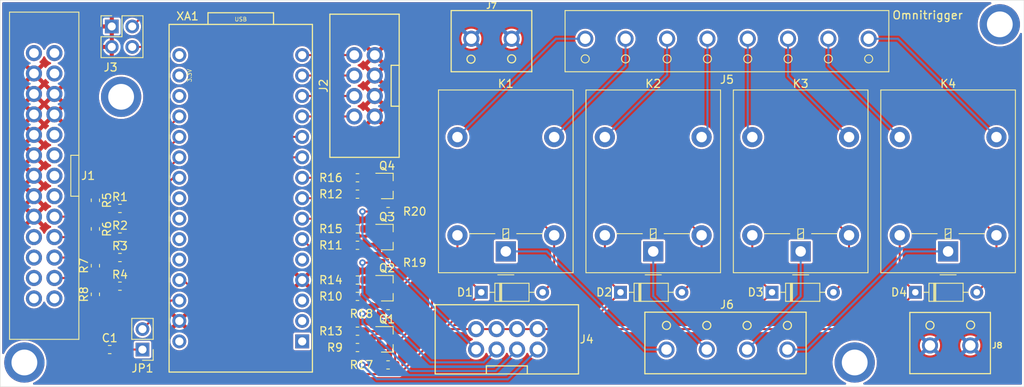
<source format=kicad_pcb>
(kicad_pcb (version 20200512) (host pcbnew "5.99.0-unknown-ad88874~101~ubuntu18.04.1")
  (layers (0 "F.Cu" signal) (31 "B.Cu" signal) (34 "B.Paste" user) (35 "F.Paste" user) (36 "B.SilkS" user) (37 "F.SilkS" user) (38 "B.Mask" user) (39 "F.Mask" user) (44 "Edge.Cuts" user))
  (net 0 "")
  (net 1 "Net-(C1-Pad2)")
  (net 2 "GND")
  (net 3 "Net-(D1-Pad2)")
  (net 4 "+5V")
  (net 5 "Net-(D2-Pad2)")
  (net 6 "Net-(D3-Pad2)")
  (net 7 "Net-(D4-Pad2)")
  (net 8 "Net-(J1-Pad4)")
  (net 9 "Net-(J1-Pad3)")
  (net 10 "Net-(J1-Pad2)")
  (net 11 "Net-(J2-Pad2)")
  (net 12 "Net-(J2-Pad4)")
  (net 13 "Net-(J2-Pad6)")
  (net 14 "Net-(J2-Pad8)")
  (net 15 "Net-(J3-Pad4)")
  (net 16 "Net-(J3-Pad2)")
  (net 17 "Net-(J4-Pad1)")
  (net 18 "Net-(J4-Pad5)")
  (net 19 "Net-(J4-Pad3)")
  (net 20 "Net-(J4-Pad7)")
  (net 21 "Net-(J5-Pad4)")
  (net 22 "Net-(J5-Pad2)")
  (net 23 "Net-(J5-Pad3)")
  (net 24 "Net-(J6-Pad2)")
  (net 25 "Net-(J6-Pad1)")
  (net 26 "Net-(J6-Pad4)")
  (net 27 "Net-(J6-Pad3)")
  (net 28 "Net-(JP1-Pad2)")
  (net 29 "Net-(R1-Pad2)")
  (net 30 "Net-(R2-Pad2)")
  (net 31 "Net-(R3-Pad2)")
  (net 32 "Net-(R4-Pad2)")
  (net 33 "Net-(R13-Pad2)")
  (net 34 "Net-(R10-Pad2)")
  (net 35 "Net-(R11-Pad2)")
  (net 36 "Net-(R12-Pad2)")
  (net 37 "Net-(J5-Pad7)")
  (net 38 "Net-(J5-Pad8)")
  (net 39 "Net-(J5-Pad6)")
  (net 40 "Net-(J5-Pad1)")
  (net 41 "Net-(J5-Pad5)")
  (net 42 "Net-(J1-Pad5)")
  (net 43 "Net-(Q1-Pad1)")
  (net 44 "Net-(Q2-Pad1)")
  (net 45 "Net-(Q3-Pad1)")
  (net 46 "Net-(Q4-Pad1)")
  (net 47 "/Shield")
  (module "Arduino:Arduino_Nano_Socket" (layer "F.Cu") (at 139.841 64.008 180)
    (fp_text reference "XA1" (at 6.604 1.016 180) (layer "F.SilkS"))
    (fp_text value "Arduino_Nano_Socket")
    (fp_text user "USB" (at 0 0.635 180) (layer "F.SilkS") (effects (font (size 0.5 0.5) (thickness 0.075))))
    (fp_text user "3.3V" (at 6.35 -6.35 270) (layer "F.SilkS") (effects (font (size 0.5 0.5) (thickness 0.075))))
    (pad "D1" thru_hole rect (at -7.62 -39.37 180) (size 1.7272 1.7272) (drill 1.016) (layers *.Cu *.Mask))
    (pad "D0" thru_hole circle (at -7.62 -36.83 180) (size 1.7272 1.7272) (drill 1.016) (layers *.Cu *.Mask))
    (pad "RST1" thru_hole circle (at -7.62 -34.29 180) (size 1.7272 1.7272) (drill 1.016) (layers *.Cu *.Mask))
    (pad "GND1" thru_hole circle (at -7.62 -31.75 180) (size 1.7272 1.7272) (drill 1.016) (layers *.Cu *.Mask) (net 2 "GND"))
    (pad "D2" thru_hole circle (at -7.62 -29.21 180) (size 1.7272 1.7272) (drill 1.016) (layers *.Cu *.Mask))
    (pad "D3" thru_hole circle (at -7.62 -26.67 180) (size 1.7272 1.7272) (drill 1.016) (layers *.Cu *.Mask) (net 33 "Net-(R13-Pad2)"))
    (pad "D4" thru_hole circle (at -7.62 -24.13 180) (size 1.7272 1.7272) (drill 1.016) (layers *.Cu *.Mask) (net 34 "Net-(R10-Pad2)"))
    (pad "D5" thru_hole circle (at -7.62 -21.59 180) (size 1.7272 1.7272) (drill 1.016) (layers *.Cu *.Mask) (net 35 "Net-(R11-Pad2)"))
    (pad "D6" thru_hole circle (at -7.62 -19.05 180) (size 1.7272 1.7272) (drill 1.016) (layers *.Cu *.Mask) (net 36 "Net-(R12-Pad2)"))
    (pad "D7" thru_hole circle (at -7.62 -16.51 180) (size 1.7272 1.7272) (drill 1.016) (layers *.Cu *.Mask) (net 15 "Net-(J3-Pad4)"))
    (pad "D8" thru_hole circle (at -7.62 -13.97 180) (size 1.7272 1.7272) (drill 1.016) (layers *.Cu *.Mask) (net 16 "Net-(J3-Pad2)"))
    (pad "D9" thru_hole circle (at -7.62 -11.43 180) (size 1.7272 1.7272) (drill 1.016) (layers *.Cu *.Mask) (net 11 "Net-(J2-Pad2)"))
    (pad "D10" thru_hole circle (at -7.62 -8.89 180) (size 1.7272 1.7272) (drill 1.016) (layers *.Cu *.Mask) (net 12 "Net-(J2-Pad4)"))
    (pad "D11" thru_hole circle (at -7.62 -6.35 180) (size 1.7272 1.7272) (drill 1.016) (layers *.Cu *.Mask) (net 13 "Net-(J2-Pad6)"))
    (pad "D12" thru_hole circle (at -7.62 -3.81 180) (size 1.7272 1.7272) (drill 1.016) (layers *.Cu *.Mask) (net 14 "Net-(J2-Pad8)"))
    (pad "D13" thru_hole circle (at 7.62 -3.81 180) (size 1.7272 1.7272) (drill 1.016) (layers *.Cu *.Mask))
    (pad "3V3" thru_hole circle (at 7.62 -6.35 180) (size 1.7272 1.7272) (drill 1.016) (layers *.Cu *.Mask))
    (pad "AREF" thru_hole circle (at 7.62 -8.89 180) (size 1.7272 1.7272) (drill 1.016) (layers *.Cu *.Mask))
    (pad "A0" thru_hole circle (at 7.62 -11.43 180) (size 1.7272 1.7272) (drill 1.016) (layers *.Cu *.Mask) (net 29 "Net-(R1-Pad2)"))
    (pad "A1" thru_hole circle (at 7.62 -13.97 180) (size 1.7272 1.7272) (drill 1.016) (layers *.Cu *.Mask) (net 30 "Net-(R2-Pad2)"))
    (pad "A2" thru_hole circle (at 7.62 -16.51 180) (size 1.7272 1.7272) (drill 1.016) (layers *.Cu *.Mask) (net 31 "Net-(R3-Pad2)"))
    (pad "A3" thru_hole circle (at 7.62 -19.05 180) (size 1.7272 1.7272) (drill 1.016) (layers *.Cu *.Mask) (net 32 "Net-(R4-Pad2)"))
    (pad "A4" thru_hole circle (at 7.62 -21.59 180) (size 1.7272 1.7272) (drill 1.016) (layers *.Cu *.Mask))
    (pad "A5" thru_hole circle (at 7.62 -24.13 180) (size 1.7272 1.7272) (drill 1.016) (layers *.Cu *.Mask))
    (pad "A6" thru_hole circle (at 7.62 -26.67 180) (size 1.7272 1.7272) (drill 1.016) (layers *.Cu *.Mask))
    (pad "A7" thru_hole circle (at 7.62 -29.21 180) (size 1.7272 1.7272) (drill 1.016) (layers *.Cu *.Mask))
    (pad "5V" thru_hole circle (at 7.62 -31.75 180) (size 1.7272 1.7272) (drill 1.016) (layers *.Cu *.Mask) (net 4 "+5V"))
    (pad "RST2" thru_hole circle (at 7.62 -34.29 180) (size 1.7272 1.7272) (drill 1.016) (layers *.Cu *.Mask) (net 28 "Net-(JP1-Pad2)"))
    (pad "GND2" thru_hole circle (at 7.62 -36.83 180) (size 1.7272 1.7272) (drill 1.016) (layers *.Cu *.Mask) (net 2 "GND"))
    (pad "VIN" thru_hole circle (at 7.62 -39.37 180) (size 1.7272 1.7272) (drill 1.016) (layers *.Cu *.Mask))
  )
  (module "RS_Screw:RS_Screw_Term_x2" (layer "F.Cu") (at 227.838 103.886)
    (fp_text reference "J8" (at 5.842 0 180) (layer "F.SilkS") (effects (font (size 0.7 0.75))))
    (fp_text value "Screw_Terminal_01x02")
    (pad "2" thru_hole circle (at 2.5 0 180) (size 2 2) (drill 1.3) (layers *.Cu *.Mask) (net 47 "/Shield"))
    (pad "1" thru_hole circle (at -2.5 0 180) (size 2 2) (drill 1.3) (layers *.Cu *.Mask) (net 47 "/Shield"))
  )
  (module "RS_Screw:RS_Screw_Term_x2" (layer "F.Cu") (at 170.942 65.786 180)
    (fp_text reference "J7" (at 0 4.086) (layer "F.SilkS") (effects (font (size 0.7 0.75))))
    (fp_text value "Screw_Terminal_01x02")
    (pad "2" thru_hole circle (at 2.5 0) (size 2 2) (drill 1.3) (layers *.Cu *.Mask) (net 47 "/Shield"))
    (pad "1" thru_hole circle (at -2.5 0) (size 2 2) (drill 1.3) (layers *.Cu *.Mask) (net 47 "/Shield"))
  )
  (module "Package_TO_SOT_SMD:SOT-23" (layer "F.Cu") (at 157.988 84.074)
    (fp_text reference "Q4" (at 0 -2.5) (layer "F.SilkS"))
    (fp_text value "BS170F")
    (pad "3" smd rect (at 1 0) (size 0.9 0.8) (layers "F.Cu" "F.Paste" "F.Mask") (net 7 "Net-(D4-Pad2)"))
    (pad "2" smd rect (at -1 0.95) (size 0.9 0.8) (layers "F.Cu" "F.Paste" "F.Mask") (net 2 "GND"))
    (pad "1" smd rect (at -1 -0.95) (size 0.9 0.8) (layers "F.Cu" "F.Paste" "F.Mask") (net 46 "Net-(Q4-Pad1)"))
  )
  (module "Package_TO_SOT_SMD:SOT-23" (layer "F.Cu") (at 157.988 90.424)
    (fp_text reference "Q3" (at 0 -2.5) (layer "F.SilkS"))
    (fp_text value "BS170F")
    (pad "3" smd rect (at 1 0) (size 0.9 0.8) (layers "F.Cu" "F.Paste" "F.Mask") (net 6 "Net-(D3-Pad2)"))
    (pad "2" smd rect (at -1 0.95) (size 0.9 0.8) (layers "F.Cu" "F.Paste" "F.Mask") (net 2 "GND"))
    (pad "1" smd rect (at -1 -0.95) (size 0.9 0.8) (layers "F.Cu" "F.Paste" "F.Mask") (net 45 "Net-(Q3-Pad1)"))
  )
  (module "Package_TO_SOT_SMD:SOT-23" (layer "F.Cu") (at 157.988 96.774)
    (fp_text reference "Q2" (at 0 -2.5) (layer "F.SilkS"))
    (fp_text value "BS170F")
    (pad "3" smd rect (at 1 0) (size 0.9 0.8) (layers "F.Cu" "F.Paste" "F.Mask") (net 5 "Net-(D2-Pad2)"))
    (pad "2" smd rect (at -1 0.95) (size 0.9 0.8) (layers "F.Cu" "F.Paste" "F.Mask") (net 2 "GND"))
    (pad "1" smd rect (at -1 -0.95) (size 0.9 0.8) (layers "F.Cu" "F.Paste" "F.Mask") (net 44 "Net-(Q2-Pad1)"))
  )
  (module "Package_TO_SOT_SMD:SOT-23" (layer "F.Cu") (at 157.988 103.124)
    (fp_text reference "Q1" (at 0 -2.5) (layer "F.SilkS"))
    (fp_text value "BS170F")
    (pad "3" smd rect (at 1 0) (size 0.9 0.8) (layers "F.Cu" "F.Paste" "F.Mask") (net 3 "Net-(D1-Pad2)"))
    (pad "2" smd rect (at -1 0.95) (size 0.9 0.8) (layers "F.Cu" "F.Paste" "F.Mask") (net 2 "GND"))
    (pad "1" smd rect (at -1 -0.95) (size 0.9 0.8) (layers "F.Cu" "F.Paste" "F.Mask") (net 43 "Net-(Q1-Pad1)"))
  )
  (module "IDC:IDC_04x02" (layer "F.Cu") (at 172.847 103.124)
    (fp_text reference "J4" (at 9.906 0) (layer "F.SilkS"))
    (fp_text value "Conn_02x04_Odd_Even")
    (pad "1" thru_hole circle (at -3.81 1.27) (size 2 2) (drill 1.2) (layers *.Cu *.Mask) (net 17 "Net-(J4-Pad1)"))
    (pad "5" thru_hole circle (at 1.27 1.27) (size 2 2) (drill 1.2) (layers *.Cu *.Mask) (net 18 "Net-(J4-Pad5)"))
    (pad "3" thru_hole circle (at -1.27 1.27) (size 2 2) (drill 1.2) (layers *.Cu *.Mask) (net 19 "Net-(J4-Pad3)"))
    (pad "2" thru_hole circle (at -3.81 -1.27) (size 2 2) (drill 1.2) (layers *.Cu *.Mask) (net 4 "+5V"))
    (pad "7" thru_hole circle (at 3.81 1.27) (size 2 2) (drill 1.2) (layers *.Cu *.Mask) (net 20 "Net-(J4-Pad7)"))
    (pad "4" thru_hole circle (at -1.27 -1.27) (size 2 2) (drill 1.2) (layers *.Cu *.Mask) (net 4 "+5V"))
    (pad "6" thru_hole circle (at 1.27 -1.27) (size 2 2) (drill 1.2) (layers *.Cu *.Mask) (net 4 "+5V"))
    (pad "8" thru_hole circle (at 3.81 -1.27) (size 2 2) (drill 1.2) (layers *.Cu *.Mask) (net 4 "+5V"))
  )
  (module "Resistor_SMD:R_0603_1608Metric_Pad1.05x0.95mm_HandSolder" (layer "F.Cu") (at 158.115 87.249)
    (fp_text reference "R20" (at 3.302 0) (layer "F.SilkS"))
    (fp_text value "300")
    (pad "1" smd roundrect (at -0.875 0) (size 1.05 0.95) (layers "F.Cu" "F.Paste" "F.Mask") (net 17 "Net-(J4-Pad1)"))
    (pad "2" smd roundrect (at 0.875 0) (size 1.05 0.95) (layers "F.Cu" "F.Paste" "F.Mask") (net 7 "Net-(D4-Pad2)"))
  )
  (module "Resistor_SMD:R_0603_1608Metric_Pad1.05x0.95mm_HandSolder" (layer "F.Cu") (at 158.115 93.599)
    (fp_text reference "R19" (at 3.302 0) (layer "F.SilkS"))
    (fp_text value "300")
    (pad "1" smd roundrect (at -0.875 0) (size 1.05 0.95) (layers "F.Cu" "F.Paste" "F.Mask") (net 19 "Net-(J4-Pad3)"))
    (pad "2" smd roundrect (at 0.875 0) (size 1.05 0.95) (layers "F.Cu" "F.Paste" "F.Mask") (net 6 "Net-(D3-Pad2)"))
  )
  (module "Resistor_SMD:R_0603_1608Metric_Pad1.05x0.95mm_HandSolder" (layer "F.Cu") (at 158.115 99.949)
    (fp_text reference "R18" (at -3.302 0) (layer "F.SilkS"))
    (fp_text value "300")
    (pad "1" smd roundrect (at -0.875 0) (size 1.05 0.95) (layers "F.Cu" "F.Paste" "F.Mask") (net 18 "Net-(J4-Pad5)"))
    (pad "2" smd roundrect (at 0.875 0) (size 1.05 0.95) (layers "F.Cu" "F.Paste" "F.Mask") (net 5 "Net-(D2-Pad2)"))
  )
  (module "Resistor_SMD:R_0603_1608Metric_Pad1.05x0.95mm_HandSolder" (layer "F.Cu") (at 158.115 106.299)
    (fp_text reference "R17" (at -3.302 0) (layer "F.SilkS"))
    (fp_text value "300")
    (pad "1" smd roundrect (at -0.875 0) (size 1.05 0.95) (layers "F.Cu" "F.Paste" "F.Mask") (net 20 "Net-(J4-Pad7)"))
    (pad "2" smd roundrect (at 0.875 0) (size 1.05 0.95) (layers "F.Cu" "F.Paste" "F.Mask") (net 3 "Net-(D1-Pad2)"))
  )
  (module "Resistor_SMD:R_0603_1608Metric_Pad1.05x0.95mm_HandSolder" (layer "F.Cu") (at 154.319 83.058 180)
    (fp_text reference "R16" (at 3.302 0) (layer "F.SilkS"))
    (fp_text value "100")
    (pad "1" smd roundrect (at -0.875 0 180) (size 1.05 0.95) (layers "F.Cu" "F.Paste" "F.Mask") (net 46 "Net-(Q4-Pad1)"))
    (pad "2" smd roundrect (at 0.875 0 180) (size 1.05 0.95) (layers "F.Cu" "F.Paste" "F.Mask") (net 36 "Net-(R12-Pad2)"))
  )
  (module "Resistor_SMD:R_0603_1608Metric_Pad1.05x0.95mm_HandSolder" (layer "F.Cu") (at 154.319 89.408 180)
    (fp_text reference "R15" (at 3.302 0) (layer "F.SilkS"))
    (fp_text value "100")
    (pad "1" smd roundrect (at -0.875 0 180) (size 1.05 0.95) (layers "F.Cu" "F.Paste" "F.Mask") (net 45 "Net-(Q3-Pad1)"))
    (pad "2" smd roundrect (at 0.875 0 180) (size 1.05 0.95) (layers "F.Cu" "F.Paste" "F.Mask") (net 35 "Net-(R11-Pad2)"))
  )
  (module "Resistor_SMD:R_0603_1608Metric_Pad1.05x0.95mm_HandSolder" (layer "F.Cu") (at 154.319 95.758 180)
    (fp_text reference "R14" (at 3.302 0) (layer "F.SilkS"))
    (fp_text value "100")
    (pad "1" smd roundrect (at -0.875 0 180) (size 1.05 0.95) (layers "F.Cu" "F.Paste" "F.Mask") (net 44 "Net-(Q2-Pad1)"))
    (pad "2" smd roundrect (at 0.875 0 180) (size 1.05 0.95) (layers "F.Cu" "F.Paste" "F.Mask") (net 34 "Net-(R10-Pad2)"))
  )
  (module "Resistor_SMD:R_0603_1608Metric_Pad1.05x0.95mm_HandSolder" (layer "F.Cu") (at 154.319 102.108 180)
    (fp_text reference "R13" (at 3.302 0) (layer "F.SilkS"))
    (fp_text value "100")
    (pad "1" smd roundrect (at -0.875 0 180) (size 1.05 0.95) (layers "F.Cu" "F.Paste" "F.Mask") (net 43 "Net-(Q1-Pad1)"))
    (pad "2" smd roundrect (at 0.875 0 180) (size 1.05 0.95) (layers "F.Cu" "F.Paste" "F.Mask") (net 33 "Net-(R13-Pad2)"))
  )
  (module "Resistor_SMD:R_0603_1608Metric_Pad1.05x0.95mm_HandSolder" (layer "F.Cu") (at 154.319 85.09 180)
    (fp_text reference "R12" (at 3.302 0) (layer "F.SilkS"))
    (fp_text value "10k")
    (pad "1" smd roundrect (at -0.875 0 180) (size 1.05 0.95) (layers "F.Cu" "F.Paste" "F.Mask") (net 2 "GND"))
    (pad "2" smd roundrect (at 0.875 0 180) (size 1.05 0.95) (layers "F.Cu" "F.Paste" "F.Mask") (net 36 "Net-(R12-Pad2)"))
  )
  (module "Resistor_SMD:R_0603_1608Metric_Pad1.05x0.95mm_HandSolder" (layer "F.Cu") (at 154.319 91.44 180)
    (fp_text reference "R11" (at 3.302 0) (layer "F.SilkS"))
    (fp_text value "10k")
    (pad "1" smd roundrect (at -0.875 0 180) (size 1.05 0.95) (layers "F.Cu" "F.Paste" "F.Mask") (net 2 "GND"))
    (pad "2" smd roundrect (at 0.875 0 180) (size 1.05 0.95) (layers "F.Cu" "F.Paste" "F.Mask") (net 35 "Net-(R11-Pad2)"))
  )
  (module "Resistor_SMD:R_0603_1608Metric_Pad1.05x0.95mm_HandSolder" (layer "F.Cu") (at 154.319 97.79 180)
    (fp_text reference "R10" (at 3.302 0) (layer "F.SilkS"))
    (fp_text value "10k")
    (pad "1" smd roundrect (at -0.875 0 180) (size 1.05 0.95) (layers "F.Cu" "F.Paste" "F.Mask") (net 2 "GND"))
    (pad "2" smd roundrect (at 0.875 0 180) (size 1.05 0.95) (layers "F.Cu" "F.Paste" "F.Mask") (net 34 "Net-(R10-Pad2)"))
  )
  (module "Resistor_SMD:R_0603_1608Metric_Pad1.05x0.95mm_HandSolder" (layer "F.Cu") (at 154.319 104.14 180)
    (fp_text reference "R9" (at 2.794 0) (layer "F.SilkS"))
    (fp_text value "10k")
    (pad "1" smd roundrect (at -0.875 0 180) (size 1.05 0.95) (layers "F.Cu" "F.Paste" "F.Mask") (net 2 "GND"))
    (pad "2" smd roundrect (at 0.875 0 180) (size 1.05 0.95) (layers "F.Cu" "F.Paste" "F.Mask") (net 33 "Net-(R13-Pad2)"))
  )
  (module "Resistor_SMD:R_0603_1608Metric_Pad1.05x0.95mm_HandSolder" (layer "F.Cu") (at 121.807 97.536 90)
    (fp_text reference "R8" (at 0 -1.43 90) (layer "F.SilkS"))
    (fp_text value "10k")
    (pad "2" smd roundrect (at 0.875 0 90) (size 1.05 0.95) (layers "F.Cu" "F.Paste" "F.Mask") (net 10 "Net-(J1-Pad2)"))
    (pad "1" smd roundrect (at -0.875 0 90) (size 1.05 0.95) (layers "F.Cu" "F.Paste" "F.Mask") (net 2 "GND"))
  )
  (module "Resistor_SMD:R_0603_1608Metric_Pad1.05x0.95mm_HandSolder" (layer "F.Cu") (at 121.807 93.98 90)
    (fp_text reference "R7" (at 0 -1.43 90) (layer "F.SilkS"))
    (fp_text value "10k")
    (pad "2" smd roundrect (at 0.875 0 90) (size 1.05 0.95) (layers "F.Cu" "F.Paste" "F.Mask") (net 9 "Net-(J1-Pad3)"))
    (pad "1" smd roundrect (at -0.875 0 90) (size 1.05 0.95) (layers "F.Cu" "F.Paste" "F.Mask") (net 2 "GND"))
  )
  (module "Resistor_SMD:R_0603_1608Metric_Pad1.05x0.95mm_HandSolder" (layer "F.Cu") (at 121.807 89.408 -90)
    (fp_text reference "R6" (at 0 -1.43 90) (layer "F.SilkS"))
    (fp_text value "10k")
    (pad "2" smd roundrect (at 0.875 0 270) (size 1.05 0.95) (layers "F.Cu" "F.Paste" "F.Mask") (net 8 "Net-(J1-Pad4)"))
    (pad "1" smd roundrect (at -0.875 0 270) (size 1.05 0.95) (layers "F.Cu" "F.Paste" "F.Mask") (net 2 "GND"))
  )
  (module "Resistor_SMD:R_0603_1608Metric_Pad1.05x0.95mm_HandSolder" (layer "F.Cu") (at 121.807 85.852 -90)
    (fp_text reference "R5" (at 0 -1.43 90) (layer "F.SilkS"))
    (fp_text value "10k")
    (pad "2" smd roundrect (at 0.875 0 270) (size 1.05 0.95) (layers "F.Cu" "F.Paste" "F.Mask") (net 42 "Net-(J1-Pad5)"))
    (pad "1" smd roundrect (at -0.875 0 270) (size 1.05 0.95) (layers "F.Cu" "F.Paste" "F.Mask") (net 2 "GND"))
  )
  (module "Resistor_SMD:R_0603_1608Metric_Pad1.05x0.95mm_HandSolder" (layer "F.Cu") (at 124.855 96.52)
    (fp_text reference "R4" (at 0 -1.43) (layer "F.SilkS"))
    (fp_text value "100")
    (pad "2" smd roundrect (at 0.875 0) (size 1.05 0.95) (layers "F.Cu" "F.Paste" "F.Mask") (net 32 "Net-(R4-Pad2)"))
    (pad "1" smd roundrect (at -0.875 0) (size 1.05 0.95) (layers "F.Cu" "F.Paste" "F.Mask") (net 10 "Net-(J1-Pad2)"))
  )
  (module "Resistor_SMD:R_0603_1608Metric_Pad1.05x0.95mm_HandSolder" (layer "F.Cu") (at 124.855 92.964)
    (fp_text reference "R3" (at 0 -1.43) (layer "F.SilkS"))
    (fp_text value "100")
    (pad "2" smd roundrect (at 0.875 0) (size 1.05 0.95) (layers "F.Cu" "F.Paste" "F.Mask") (net 31 "Net-(R3-Pad2)"))
    (pad "1" smd roundrect (at -0.875 0) (size 1.05 0.95) (layers "F.Cu" "F.Paste" "F.Mask") (net 9 "Net-(J1-Pad3)"))
  )
  (module "Resistor_SMD:R_0603_1608Metric_Pad1.05x0.95mm_HandSolder" (layer "F.Cu") (at 124.855 90.424)
    (fp_text reference "R2" (at 0 -1.43) (layer "F.SilkS"))
    (fp_text value "100")
    (pad "2" smd roundrect (at 0.875 0) (size 1.05 0.95) (layers "F.Cu" "F.Paste" "F.Mask") (net 30 "Net-(R2-Pad2)"))
    (pad "1" smd roundrect (at -0.875 0) (size 1.05 0.95) (layers "F.Cu" "F.Paste" "F.Mask") (net 8 "Net-(J1-Pad4)"))
  )
  (module "Resistor_SMD:R_0603_1608Metric_Pad1.05x0.95mm_HandSolder" (layer "F.Cu") (at 124.855 86.868)
    (fp_text reference "R1" (at 0 -1.43) (layer "F.SilkS"))
    (fp_text value "100")
    (pad "2" smd roundrect (at 0.875 0) (size 1.05 0.95) (layers "F.Cu" "F.Paste" "F.Mask") (net 29 "Net-(R1-Pad2)"))
    (pad "1" smd roundrect (at -0.875 0) (size 1.05 0.95) (layers "F.Cu" "F.Paste" "F.Mask") (net 42 "Net-(J1-Pad5)"))
  )
  (module "Relay_THT:Relay_SPDT_Omron-G5LE-1" (layer "F.Cu") (at 227.584 92.202 180)
    (fp_text reference "K4" (at 0 20.828) (layer "F.SilkS"))
    (fp_text value "G5LE-1")
    (pad "5" thru_hole oval (at 6 2 180) (size 2.5 2.5) (drill 1.3) (layers *.Cu *.Mask) (net 4 "+5V"))
    (pad "4" thru_hole oval (at 6 14.2 180) (size 2.5 2.5) (drill 1.3) (layers *.Cu *.Mask) (net 22 "Net-(J5-Pad2)"))
    (pad "3" thru_hole oval (at -6 14.2 180) (size 2.5 2.5) (drill 1.3) (layers *.Cu *.Mask) (net 40 "Net-(J5-Pad1)"))
    (pad "2" thru_hole oval (at -6 2 180) (size 2.5 2.5) (drill 1.3) (layers *.Cu *.Mask) (net 7 "Net-(D4-Pad2)"))
    (pad "1" thru_hole rect (at 0 0 180) (size 2.5 2.5) (drill 1.3) (layers *.Cu *.Mask) (net 26 "Net-(J6-Pad4)"))
  )
  (module "Relay_THT:Relay_SPDT_Omron-G5LE-1" (layer "F.Cu") (at 209.296 92.202 180)
    (fp_text reference "K3" (at 0 20.828) (layer "F.SilkS"))
    (fp_text value "G5LE-1")
    (pad "5" thru_hole oval (at 6 2 180) (size 2.5 2.5) (drill 1.3) (layers *.Cu *.Mask) (net 4 "+5V"))
    (pad "4" thru_hole oval (at 6 14.2 180) (size 2.5 2.5) (drill 1.3) (layers *.Cu *.Mask) (net 21 "Net-(J5-Pad4)"))
    (pad "3" thru_hole oval (at -6 14.2 180) (size 2.5 2.5) (drill 1.3) (layers *.Cu *.Mask) (net 23 "Net-(J5-Pad3)"))
    (pad "2" thru_hole oval (at -6 2 180) (size 2.5 2.5) (drill 1.3) (layers *.Cu *.Mask) (net 6 "Net-(D3-Pad2)"))
    (pad "1" thru_hole rect (at 0 0 180) (size 2.5 2.5) (drill 1.3) (layers *.Cu *.Mask) (net 27 "Net-(J6-Pad3)"))
  )
  (module "Relay_THT:Relay_SPDT_Omron-G5LE-1" (layer "F.Cu") (at 191.008 92.202 180)
    (fp_text reference "K2" (at 0 20.828) (layer "F.SilkS"))
    (fp_text value "G5LE-1")
    (pad "5" thru_hole oval (at 6 2 180) (size 2.5 2.5) (drill 1.3) (layers *.Cu *.Mask) (net 4 "+5V"))
    (pad "4" thru_hole oval (at 6 14.2 180) (size 2.5 2.5) (drill 1.3) (layers *.Cu *.Mask) (net 39 "Net-(J5-Pad6)"))
    (pad "3" thru_hole oval (at -6 14.2 180) (size 2.5 2.5) (drill 1.3) (layers *.Cu *.Mask) (net 41 "Net-(J5-Pad5)"))
    (pad "2" thru_hole oval (at -6 2 180) (size 2.5 2.5) (drill 1.3) (layers *.Cu *.Mask) (net 5 "Net-(D2-Pad2)"))
    (pad "1" thru_hole rect (at 0 0 180) (size 2.5 2.5) (drill 1.3) (layers *.Cu *.Mask) (net 24 "Net-(J6-Pad2)"))
  )
  (module "Relay_THT:Relay_SPDT_Omron-G5LE-1" (layer "F.Cu") (at 172.72 92.202 180)
    (fp_text reference "K1" (at 0 20.828) (layer "F.SilkS"))
    (fp_text value "G5LE-1")
    (pad "5" thru_hole oval (at 6 2 180) (size 2.5 2.5) (drill 1.3) (layers *.Cu *.Mask) (net 4 "+5V"))
    (pad "4" thru_hole oval (at 6 14.2 180) (size 2.5 2.5) (drill 1.3) (layers *.Cu *.Mask) (net 38 "Net-(J5-Pad8)"))
    (pad "3" thru_hole oval (at -6 14.2 180) (size 2.5 2.5) (drill 1.3) (layers *.Cu *.Mask) (net 37 "Net-(J5-Pad7)"))
    (pad "2" thru_hole oval (at -6 2 180) (size 2.5 2.5) (drill 1.3) (layers *.Cu *.Mask) (net 3 "Net-(D1-Pad2)"))
    (pad "1" thru_hole rect (at 0 0 180) (size 2.5 2.5) (drill 1.3) (layers *.Cu *.Mask) (net 25 "Net-(J6-Pad1)"))
  )
  (module "Connector_PinHeader_2.54mm:PinHeader_1x02_P2.54mm_Vertical" (layer "F.Cu") (at 127.649 104.394 180)
    (fp_text reference "JP1" (at 0 -2.33) (layer "F.SilkS"))
    (fp_text value "Jumper_2_Open")
    (pad "2" thru_hole oval (at 0 2.54 180) (size 1.7 1.7) (drill 1) (layers *.Cu *.Mask) (net 28 "Net-(JP1-Pad2)"))
    (pad "1" thru_hole rect (at 0 0 180) (size 1.7 1.7) (drill 1) (layers *.Cu *.Mask) (net 1 "Net-(C1-Pad2)"))
  )
  (module "RS_Screw:RS_Screw_Term_x4" (layer "F.Cu") (at 200.152 104.394)
    (fp_text reference "J6" (at 0 -5.588 180) (layer "F.SilkS"))
    (fp_text value "Screw_Terminal_01x04")
    (pad "4" thru_hole circle (at 7.5 0 180) (size 2 2) (drill 1.3) (layers *.Cu *.Mask) (net 26 "Net-(J6-Pad4)"))
    (pad "1" thru_hole circle (at -7.5 0 180) (size 2 2) (drill 1.3) (layers *.Cu *.Mask) (net 25 "Net-(J6-Pad1)"))
    (pad "2" thru_hole circle (at -2.5 0 180) (size 2 2) (drill 1.3) (layers *.Cu *.Mask) (net 24 "Net-(J6-Pad2)"))
    (pad "3" thru_hole circle (at 2.5 0 180) (size 2 2) (drill 1.3) (layers *.Cu *.Mask) (net 27 "Net-(J6-Pad3)"))
  )
  (module "RS_Screw:RS_Screw_Term_x8" (layer "F.Cu") (at 200.152 65.786 180)
    (fp_text reference "J5" (at 0 -5.08) (layer "F.SilkS"))
    (fp_text value "Screw_Terminal_01x08")
    (pad "7" thru_hole circle (at 12.58 0 180) (size 2 2) (drill 1.3) (layers *.Cu *.Mask) (net 37 "Net-(J5-Pad7)"))
    (pad "8" thru_hole circle (at 17.58 0 180) (size 2 2) (drill 1.3) (layers *.Cu *.Mask) (net 38 "Net-(J5-Pad8)"))
    (pad "2" thru_hole circle (at -12.58 0 180) (size 2 2) (drill 1.3) (layers *.Cu *.Mask) (net 22 "Net-(J5-Pad2)"))
    (pad "6" thru_hole circle (at 7.42 0 180) (size 2 2) (drill 1.3) (layers *.Cu *.Mask) (net 39 "Net-(J5-Pad6)"))
    (pad "1" thru_hole circle (at -17.58 0 180) (size 2 2) (drill 1.3) (layers *.Cu *.Mask) (net 40 "Net-(J5-Pad1)"))
    (pad "5" thru_hole circle (at 2.42 0 180) (size 2 2) (drill 1.3) (layers *.Cu *.Mask) (net 41 "Net-(J5-Pad5)"))
    (pad "4" thru_hole circle (at -2.58 0 180) (size 2 2) (drill 1.3) (layers *.Cu *.Mask) (net 21 "Net-(J5-Pad4)"))
    (pad "3" thru_hole circle (at -7.58 0 180) (size 2 2) (drill 1.3) (layers *.Cu *.Mask) (net 23 "Net-(J5-Pad3)"))
  )
  (module "Connector_PinHeader_2.54mm:PinHeader_2x02_P2.54mm_Vertical" (layer "F.Cu") (at 123.839 64.262)
    (fp_text reference "J3" (at -0.141 5.08) (layer "F.SilkS"))
    (fp_text value "Conn_02x02_Odd_Even")
    (pad "4" thru_hole oval (at 2.54 2.54) (size 1.7 1.7) (drill 1) (layers *.Cu *.Mask) (net 15 "Net-(J3-Pad4)"))
    (pad "3" thru_hole oval (at 0 2.54) (size 1.7 1.7) (drill 1) (layers *.Cu *.Mask) (net 2 "GND"))
    (pad "2" thru_hole oval (at 2.54 0) (size 1.7 1.7) (drill 1) (layers *.Cu *.Mask) (net 16 "Net-(J3-Pad2)"))
    (pad "1" thru_hole rect (at 0 0) (size 1.7 1.7) (drill 1) (layers *.Cu *.Mask) (net 2 "GND"))
  )
  (module "IDC:IDC_04x02" (layer "F.Cu") (at 155.194 71.628 90)
    (fp_text reference "J2" (at 0 -5.08 90) (layer "F.SilkS"))
    (fp_text value "Conn_02x04_Odd_Even")
    (pad "1" thru_hole circle (at -3.81 1.27 90) (size 2 2) (drill 1.2) (layers *.Cu *.Mask) (net 2 "GND"))
    (pad "5" thru_hole circle (at 1.27 1.27 90) (size 2 2) (drill 1.2) (layers *.Cu *.Mask) (net 2 "GND"))
    (pad "3" thru_hole circle (at -1.27 1.27 90) (size 2 2) (drill 1.2) (layers *.Cu *.Mask) (net 2 "GND"))
    (pad "2" thru_hole circle (at -3.81 -1.27 90) (size 2 2) (drill 1.2) (layers *.Cu *.Mask) (net 11 "Net-(J2-Pad2)"))
    (pad "7" thru_hole circle (at 3.81 1.27 90) (size 2 2) (drill 1.2) (layers *.Cu *.Mask) (net 2 "GND"))
    (pad "4" thru_hole circle (at -1.27 -1.27 90) (size 2 2) (drill 1.2) (layers *.Cu *.Mask) (net 12 "Net-(J2-Pad4)"))
    (pad "6" thru_hole circle (at 1.27 -1.27 90) (size 2 2) (drill 1.2) (layers *.Cu *.Mask) (net 13 "Net-(J2-Pad6)"))
    (pad "8" thru_hole circle (at 3.81 -1.27 90) (size 2 2) (drill 1.2) (layers *.Cu *.Mask) (net 14 "Net-(J2-Pad8)"))
  )
  (module "IDC:IDC_13x02_Sided" (layer "F.Cu") (at 115.457 82.804 90)
    (fp_text reference "J1" (at 0 5.447 180) (layer "F.SilkS"))
    (fp_text value "Conn_02x13_Top_Bottom")
    (pad "1" thru_hole circle (at -15.24 1.27 90) (size 2 2) (drill 1.2) (layers *.Cu *.Mask))
    (pad "14" thru_hole circle (at -15.24 -1.27 90) (size 2 2) (drill 1.2) (layers *.Cu *.Mask))
    (pad "2" thru_hole circle (at -12.7 1.27 90) (size 2 2) (drill 1.2) (layers *.Cu *.Mask) (net 10 "Net-(J1-Pad2)"))
    (pad "15" thru_hole circle (at -12.7 -1.27 90) (size 2 2) (drill 1.2) (layers *.Cu *.Mask))
    (pad "3" thru_hole circle (at -10.16 1.27 90) (size 2 2) (drill 1.2) (layers *.Cu *.Mask) (net 9 "Net-(J1-Pad3)"))
    (pad "16" thru_hole circle (at -10.16 -1.27 90) (size 2 2) (drill 1.2) (layers *.Cu *.Mask))
    (pad "4" thru_hole circle (at -7.62 1.27 90) (size 2 2) (drill 1.2) (layers *.Cu *.Mask) (net 8 "Net-(J1-Pad4)"))
    (pad "17" thru_hole circle (at -7.62 -1.27 90) (size 2 2) (drill 1.2) (layers *.Cu *.Mask))
    (pad "5" thru_hole circle (at -5.08 1.27 90) (size 2 2) (drill 1.2) (layers *.Cu *.Mask) (net 42 "Net-(J1-Pad5)"))
    (pad "18" thru_hole circle (at -5.08 -1.27 90) (size 2 2) (drill 1.2) (layers *.Cu *.Mask) (net 2 "GND"))
    (pad "6" thru_hole circle (at -2.54 1.27 90) (size 2 2) (drill 1.2) (layers *.Cu *.Mask))
    (pad "19" thru_hole circle (at -2.54 -1.27 90) (size 2 2) (drill 1.2) (layers *.Cu *.Mask) (net 2 "GND"))
    (pad "7" thru_hole circle (at 0 1.27 90) (size 2 2) (drill 1.2) (layers *.Cu *.Mask))
    (pad "20" thru_hole circle (at 0 -1.27 90) (size 2 2) (drill 1.2) (layers *.Cu *.Mask) (net 2 "GND"))
    (pad "8" thru_hole circle (at 2.54 1.27 90) (size 2 2) (drill 1.2) (layers *.Cu *.Mask))
    (pad "21" thru_hole circle (at 2.54 -1.27 90) (size 2 2) (drill 1.2) (layers *.Cu *.Mask) (net 2 "GND"))
    (pad "9" thru_hole circle (at 5.08 1.27 90) (size 2 2) (drill 1.2) (layers *.Cu *.Mask))
    (pad "22" thru_hole circle (at 5.08 -1.27 90) (size 2 2) (drill 1.2) (layers *.Cu *.Mask) (net 2 "GND"))
    (pad "10" thru_hole circle (at 7.62 1.27 90) (size 2 2) (drill 1.2) (layers *.Cu *.Mask) (net 2 "GND"))
    (pad "23" thru_hole circle (at 7.62 -1.27 90) (size 2 2) (drill 1.2) (layers *.Cu *.Mask) (net 2 "GND"))
    (pad "11" thru_hole circle (at 10.16 1.27 90) (size 2 2) (drill 1.2) (layers *.Cu *.Mask) (net 2 "GND"))
    (pad "24" thru_hole circle (at 10.16 -1.27 90) (size 2 2) (drill 1.2) (layers *.Cu *.Mask) (net 2 "GND"))
    (pad "12" thru_hole circle (at 12.7 1.27 90) (size 2 2) (drill 1.2) (layers *.Cu *.Mask))
    (pad "25" thru_hole circle (at 12.7 -1.27 90) (size 2 2) (drill 1.2) (layers *.Cu *.Mask) (net 2 "GND"))
    (pad "13" thru_hole circle (at 15.24 1.27 90) (size 2 2) (drill 1.2) (layers *.Cu *.Mask))
    (pad "26" thru_hole circle (at 15.24 -1.27 90) (size 2 2) (drill 1.2) (layers *.Cu *.Mask))
  )
  (module "Diode_THT:D_DO-35_SOD27_P7.62mm_Horizontal" (layer "F.Cu") (at 223.52 97.282)
    (fp_text reference "D4" (at -2.032 0) (layer "F.SilkS"))
    (fp_text value "1N4148")
    (pad "2" thru_hole oval (at 7.62 0) (size 1.6 1.6) (drill 0.8) (layers *.Cu *.Mask) (net 7 "Net-(D4-Pad2)"))
    (pad "1" thru_hole rect (at 0 0) (size 1.6 1.6) (drill 0.8) (layers *.Cu *.Mask) (net 4 "+5V"))
  )
  (module "Diode_THT:D_DO-35_SOD27_P7.62mm_Horizontal" (layer "F.Cu") (at 205.74 97.282)
    (fp_text reference "D3" (at -2.032 0) (layer "F.SilkS"))
    (fp_text value "1N4148")
    (pad "2" thru_hole oval (at 7.62 0) (size 1.6 1.6) (drill 0.8) (layers *.Cu *.Mask) (net 6 "Net-(D3-Pad2)"))
    (pad "1" thru_hole rect (at 0 0) (size 1.6 1.6) (drill 0.8) (layers *.Cu *.Mask) (net 4 "+5V"))
  )
  (module "Diode_THT:D_DO-35_SOD27_P7.62mm_Horizontal" (layer "F.Cu") (at 186.944 97.282)
    (fp_text reference "D2" (at -2.032 0) (layer "F.SilkS"))
    (fp_text value "1N4148")
    (pad "2" thru_hole oval (at 7.62 0) (size 1.6 1.6) (drill 0.8) (layers *.Cu *.Mask) (net 5 "Net-(D2-Pad2)"))
    (pad "1" thru_hole rect (at 0 0) (size 1.6 1.6) (drill 0.8) (layers *.Cu *.Mask) (net 4 "+5V"))
  )
  (module "Diode_THT:D_DO-35_SOD27_P7.62mm_Horizontal" (layer "F.Cu") (at 169.672 97.282)
    (fp_text reference "D1" (at -2.032 0) (layer "F.SilkS"))
    (fp_text value "1N4148")
    (pad "2" thru_hole oval (at 7.62 0) (size 1.6 1.6) (drill 0.8) (layers *.Cu *.Mask) (net 3 "Net-(D1-Pad2)"))
    (pad "1" thru_hole rect (at 0 0) (size 1.6 1.6) (drill 0.8) (layers *.Cu *.Mask) (net 4 "+5V"))
  )
  (module "Capacitor_SMD:C_0603_1608Metric_Pad1.05x0.95mm_HandSolder" (layer "F.Cu") (at 123.585 104.394)
    (fp_text reference "C1" (at 0 -1.43) (layer "F.SilkS"))
    (fp_text value "C_Small")
    (pad "2" smd roundrect (at 0.875 0) (size 1.05 0.95) (layers "F.Cu" "F.Paste" "F.Mask") (net 1 "Net-(C1-Pad2)"))
    (pad "1" smd roundrect (at -0.875 0) (size 1.05 0.95) (layers "F.Cu" "F.Paste" "F.Mask") (net 2 "GND"))
  )
  (gr_text "Omnitrigger" (at 225.044 62.865) (layer "F.SilkS") (effects (font (size 1 1))))
  (gr_line (start 237 61) (end 110 61) (layer "Edge.Cuts") (width 0.05))
  (gr_line (start 237 109) (end 237 61) (layer "Edge.Cuts") (width 0.05))
  (gr_line (start 110 109) (end 237 109) (layer "Edge.Cuts") (width 0.05))
  (gr_line (start 110 61) (end 110 109) (layer "Edge.Cuts") (width 0.05))
  (via (at 216 106) (size 5) (drill 3.2) (layers "F.Cu" "B.Cu") (net 0))
  (via (at 125 73) (size 5) (drill 3.2) (layers "F.Cu" "B.Cu") (net 0))
  (via (at 234 64) (size 5) (drill 3.2) (layers "F.Cu" "B.Cu") (net 0))
  (via (at 113 106) (size 5) (drill 3.2) (layers "F.Cu" "B.Cu") (net 0))
  (segment (start 160.909 107.061) (end 160.655 106.807) (width 0.25) (layer "B.Cu") (net 18))
  (segment (start 158.75 104.902) (end 160.655 106.807) (width 0.25) (layer "B.Cu") (net 18))
  (segment (start 163.1315 105.7275) (end 154.94 97.536) (width 0.25) (layer "B.Cu") (net 19))
  (segment (start 163.1315 105.7275) (end 163.3855 105.9815) (width 0.25) (layer "B.Cu") (net 19))
  (segment (start 169.037 104.394) (end 162.179 97.536) (width 0.25) (layer "B.Cu") (net 17))
  (segment (start 171.7675 106.7435) (end 174.117 104.394) (width 0.25) (layer "B.Cu") (net 18))
  (segment (start 171.45 107.061) (end 160.909 107.061) (width 0.25) (layer "B.Cu") (net 18))
  (segment (start 171.7675 106.7435) (end 171.45 107.061) (width 0.25) (layer "B.Cu") (net 18))
  (segment (start 156.464 107.823) (end 156.718 108.077) (width 0.25) (layer "B.Cu") (net 20))
  (segment (start 156.718 108.077) (end 172.847 108.077) (width 0.25) (layer "B.Cu") (net 20))
  (segment (start 172.847 108.077) (end 172.974 108.077) (width 0.25) (layer "B.Cu") (net 20))
  (segment (start 172.974 108.077) (end 173.228 107.823) (width 0.25) (layer "B.Cu") (net 20))
  (segment (start 156.0195 107.3785) (end 156.464 107.823) (width 0.25) (layer "B.Cu") (net 20))
  (segment (start 156.21 91.567) (end 162.179 97.536) (width 0.25) (layer "B.Cu") (net 17))
  (segment (start 163.3855 105.9815) (end 164.338 105.9815) (width 0.25) (layer "B.Cu") (net 19))
  (segment (start 154.94 94.361) (end 154.94 97.536) (width 0.25) (layer "B.Cu") (net 19))
  (segment (start 154.94 100.838) (end 154.94 101.092) (width 0.25) (layer "B.Cu") (net 18))
  (segment (start 158.75 104.902) (end 154.94 101.092) (width 0.25) (layer "B.Cu") (net 18))
  (segment (start 154.94 88.265) (end 154.94 90.297) (width 0.25) (layer "B.Cu") (net 17))
  (segment (start 154.94 90.297) (end 156.21 91.567) (width 0.25) (layer "B.Cu") (net 17))
  (segment (start 157.24 106.299) (end 154.94 106.299) (width 0.25) (layer "F.Cu") (net 20))
  (via (at 154.94 106.299) (size 0.8) (drill 0.4) (layers "F.Cu" "B.Cu") (net 20))
  (segment (start 154.94 106.299) (end 156.0195 107.3785) (width 0.25) (layer "B.Cu") (net 20))
  (via (at 154.94 99.949) (size 0.8) (drill 0.4) (layers "F.Cu" "B.Cu") (net 18))
  (segment (start 154.94 99.949) (end 154.94 100.838) (width 0.25) (layer "B.Cu") (net 18))
  (segment (start 157.24 99.949) (end 154.94 99.949) (width 0.25) (layer "F.Cu") (net 18))
  (via (at 154.94 93.599) (size 0.8) (drill 0.4) (layers "F.Cu" "B.Cu") (net 19))
  (segment (start 154.94 93.599) (end 154.94 94.361) (width 0.25) (layer "B.Cu") (net 19))
  (segment (start 157.24 93.599) (end 154.94 93.599) (width 0.25) (layer "F.Cu") (net 19))
  (via (at 154.94 87.249) (size 0.8) (drill 0.4) (layers "F.Cu" "B.Cu") (net 17))
  (segment (start 157.24 87.249) (end 154.94 87.249) (width 0.25) (layer "F.Cu") (net 17))
  (segment (start 154.94 87.249) (end 154.94 88.265) (width 0.25) (layer "B.Cu") (net 17))
  (segment (start 173.228 107.823) (end 176.657 104.394) (width 0.25) (layer "B.Cu") (net 20))
  (segment (start 164.338 105.9815) (end 169.9895 105.9815) (width 0.25) (layer "B.Cu") (net 19))
  (segment (start 169.9895 105.9815) (end 171.577 104.394) (width 0.25) (layer "B.Cu") (net 19))
  (segment (start 158.99 87.249) (end 158.99 84.076) (width 0.25) (layer "F.Cu") (net 7))
  (segment (start 158.99 84.076) (end 158.988 84.074) (width 0.25) (layer "F.Cu") (net 7))
  (segment (start 158.99 93.599) (end 158.99 90.426) (width 0.25) (layer "F.Cu") (net 6))
  (segment (start 158.99 90.426) (end 158.988 90.424) (width 0.25) (layer "F.Cu") (net 6))
  (segment (start 158.99 99.949) (end 158.99 96.776) (width 0.25) (layer "F.Cu") (net 5))
  (segment (start 158.99 96.776) (end 158.988 96.774) (width 0.25) (layer "F.Cu") (net 5))
  (segment (start 158.988 103.124) (end 158.988 106.297) (width 0.25) (layer "F.Cu") (net 3))
  (segment (start 158.988 106.297) (end 158.99 106.299) (width 0.25) (layer "F.Cu") (net 3))
  (segment (start 136.779 64.135) (end 135.255 62.611) (width 0.25) (layer "F.Cu") (net 16))
  (segment (start 147.461 77.978) (end 142.367 77.978) (width 0.25) (layer "F.Cu") (net 16))
  (segment (start 136.779 72.39) (end 136.779 64.135) (width 0.25) (layer "F.Cu") (net 16))
  (segment (start 142.367 77.978) (end 136.779 72.39) (width 0.25) (layer "F.Cu") (net 16))
  (segment (start 135.255 62.611) (end 128.03 62.611) (width 0.25) (layer "F.Cu") (net 16))
  (segment (start 128.03 62.611) (end 126.379 64.262) (width 0.25) (layer "F.Cu") (net 16))
  (segment (start 147.461 80.518) (end 142.621 80.518) (width 0.25) (layer "F.Cu") (net 15))
  (segment (start 135.001 65.278) (end 133.604 63.881) (width 0.25) (layer "F.Cu") (net 15))
  (segment (start 135.001 72.898) (end 135.001 65.278) (width 0.25) (layer "F.Cu") (net 15))
  (segment (start 142.621 80.518) (end 135.001 72.898) (width 0.25) (layer "F.Cu") (net 15))
  (segment (start 133.604 63.881) (end 130.429 63.881) (width 0.25) (layer "F.Cu") (net 15))
  (segment (start 130.429 63.881) (end 127.508 66.802) (width 0.25) (layer "F.Cu") (net 15))
  (segment (start 127.508 66.802) (end 126.379 66.802) (width 0.25) (layer "F.Cu") (net 15))
  (segment (start 153.924 67.818) (end 147.461 67.818) (width 0.25) (layer "F.Cu") (net 14))
  (segment (start 147.461 70.358) (end 153.924 70.358) (width 0.25) (layer "F.Cu") (net 13))
  (segment (start 153.924 72.898) (end 147.461 72.898) (width 0.25) (layer "F.Cu") (net 12))
  (segment (start 147.461 75.438) (end 153.924 75.438) (width 0.25) (layer "F.Cu") (net 11))
  (segment (start 202.946 100.076) (end 201.168 101.854) (width 0.25) (layer "F.Cu") (net 4))
  (segment (start 176.657 101.854) (end 182.245 101.854) (width 0.25) (layer "F.Cu") (net 4))
  (segment (start 186.944 97.282) (end 183.007 101.219) (width 0.25) (layer "F.Cu") (net 4))
  (segment (start 182.245 101.854) (end 201.168 101.854) (width 0.25) (layer "F.Cu") (net 4))
  (segment (start 183.007 101.219) (end 182.372 101.854) (width 0.25) (layer "F.Cu") (net 4))
  (segment (start 182.372 101.854) (end 182.245 101.854) (width 0.25) (layer "F.Cu") (net 4))
  (segment (start 201.168 101.854) (end 218.948 101.854) (width 0.25) (layer "F.Cu") (net 4))
  (segment (start 223.52 97.282) (end 220.9165 99.8855) (width 0.25) (layer "F.Cu") (net 4))
  (segment (start 218.948 101.854) (end 220.9165 99.8855) (width 0.25) (layer "F.Cu") (net 4))
  (segment (start 159.512 107.442) (end 165.1 101.854) (width 0.25) (layer "F.Cu") (net 4))
  (segment (start 165.1 101.854) (end 166.5605 100.3935) (width 0.25) (layer "F.Cu") (net 4))
  (segment (start 165.1 101.854) (end 176.657 101.854) (width 0.25) (layer "F.Cu") (net 4))
  (segment (start 159.639 96.774) (end 161.7345 94.6785) (width 0.25) (layer "F.Cu") (net 5))
  (segment (start 161.798 94.361) (end 161.798 94.615) (width 0.25) (layer "F.Cu") (net 5))
  (segment (start 161.798 94.615) (end 161.7345 94.6785) (width 0.25) (layer "F.Cu") (net 5))
  (segment (start 158.988 90.424) (end 158.988 88.662) (width 0.25) (layer "F.Cu") (net 6))
  (segment (start 158.988 88.662) (end 165.1 82.55) (width 0.25) (layer "F.Cu") (net 6))
  (segment (start 158.988 96.774) (end 159.639 96.774) (width 0.25) (layer "F.Cu") (net 5))
  (segment (start 161.798 94.361) (end 161.798 92.202) (width 0.25) (layer "F.Cu") (net 5))
  (segment (start 158.988 103.124) (end 159.639 103.124) (width 0.25) (layer "F.Cu") (net 3))
  (segment (start 159.639 103.124) (end 163.576 99.187) (width 0.25) (layer "F.Cu") (net 3))
  (segment (start 163.576 99.187) (end 163.576 96.774) (width 0.25) (layer "F.Cu") (net 3))
  (segment (start 158.988 84.074) (end 159.004 84.074) (width 0.25) (layer "F.Cu") (net 7))
  (segment (start 159.004 84.074) (end 162.56 80.518) (width 0.25) (layer "F.Cu") (net 7))
  (segment (start 162.56 80.518) (end 164.846 80.518) (width 0.25) (layer "F.Cu") (net 7))
  (segment (start 163.576 96.774) (end 163.576 96.647) (width 0.25) (layer "F.Cu") (net 3))
  (segment (start 163.576 96.647) (end 163.576 96.266) (width 0.25) (layer "F.Cu") (net 3))
  (segment (start 166.5605 100.3935) (end 169.672 97.282) (width 0.25) (layer "F.Cu") (net 4))
  (segment (start 166.878 100.076) (end 166.5605 100.3935) (width 0.25) (layer "F.Cu") (net 4))
  (segment (start 144.413 107.442) (end 159.512 107.442) (width 0.25) (layer "F.Cu") (net 4))
  (segment (start 155.194 95.758) (end 156.922 95.758) (width 0.25) (layer "F.Cu") (net 44))
  (segment (start 156.922 95.758) (end 156.988 95.824) (width 0.25) (layer "F.Cu") (net 44))
  (segment (start 166.37 87.376) (end 175.768 87.376) (width 0.25) (layer "F.Cu") (net 3))
  (segment (start 175.894 87.376) (end 176.276 87.758) (width 0.25) (layer "F.Cu") (net 3))
  (segment (start 175.768 87.376) (end 175.894 87.376) (width 0.25) (layer "F.Cu") (net 3))
  (segment (start 165.119001 88.626999) (end 166.37 87.376) (width 0.25) (layer "F.Cu") (net 3))
  (segment (start 176.276 87.758) (end 177.144999 88.626999) (width 0.25) (layer "F.Cu") (net 3))
  (segment (start 163.576 96.266) (end 163.576 90.17) (width 0.25) (layer "F.Cu") (net 3))
  (segment (start 163.576 90.17) (end 165.119001 88.626999) (width 0.25) (layer "F.Cu") (net 3))
  (segment (start 177.144999 88.626999) (end 178.72 90.202) (width 0.25) (layer "F.Cu") (net 3))
  (segment (start 161.798 89.408) (end 165.862 85.344) (width 0.25) (layer "F.Cu") (net 5))
  (segment (start 165.862 85.344) (end 192.15 85.344) (width 0.25) (layer "F.Cu") (net 5))
  (segment (start 192.15 85.344) (end 197.008 90.202) (width 0.25) (layer "F.Cu") (net 5))
  (segment (start 161.798 92.202) (end 161.798 89.408) (width 0.25) (layer "F.Cu") (net 5))
  (segment (start 165.1 82.55) (end 207.644 82.55) (width 0.25) (layer "F.Cu") (net 6))
  (segment (start 207.644 82.55) (end 215.296 90.202) (width 0.25) (layer "F.Cu") (net 6))
  (segment (start 164.846 80.518) (end 223.9 80.518) (width 0.25) (layer "F.Cu") (net 7))
  (segment (start 223.9 80.518) (end 233.584 90.202) (width 0.25) (layer "F.Cu") (net 7))
  (segment (start 156.922 85.09) (end 156.988 85.024) (width 0.25) (layer "F.Cu") (net 2))
  (segment (start 155.194 83.058) (end 156.922 83.058) (width 0.25) (layer "F.Cu") (net 46))
  (segment (start 156.922 83.058) (end 156.988 83.124) (width 0.25) (layer "F.Cu") (net 46))
  (segment (start 156.922 91.44) (end 156.988 91.374) (width 0.25) (layer "F.Cu") (net 2))
  (segment (start 155.194 89.408) (end 156.922 89.408) (width 0.25) (layer "F.Cu") (net 45))
  (segment (start 156.922 89.408) (end 156.988 89.474) (width 0.25) (layer "F.Cu") (net 45))
  (segment (start 155.194 102.108) (end 156.922 102.108) (width 0.25) (layer "F.Cu") (net 43))
  (segment (start 156.922 102.108) (end 156.988 102.174) (width 0.25) (layer "F.Cu") (net 43))
  (segment (start 147.461 88.138) (end 148.985 88.138) (width 0.25) (layer "F.Cu") (net 34))
  (segment (start 148.985 88.138) (end 151.017 90.17) (width 0.25) (layer "F.Cu") (net 34))
  (segment (start 151.017 90.17) (end 151.017 93.331) (width 0.25) (layer "F.Cu") (net 34))
  (segment (start 151.017 93.331) (end 153.444 95.758) (width 0.25) (layer "F.Cu") (net 34))
  (segment (start 147.461 85.598) (end 149.634 85.598) (width 0.25) (layer "F.Cu") (net 35))
  (segment (start 149.634 85.598) (end 153.444 89.408) (width 0.25) (layer "F.Cu") (net 35))
  (segment (start 153.444 83.058) (end 149.747 83.058) (width 0.25) (layer "F.Cu") (net 36))
  (segment (start 153.444 91.44) (end 153.444 89.408) (width 0.25) (layer "F.Cu") (net 35))
  (segment (start 153.444 95.758) (end 153.444 97.79) (width 0.25) (layer "F.Cu") (net 34))
  (segment (start 147.461 90.678) (end 149.239 92.456) (width 0.25) (layer "F.Cu") (net 33))
  (segment (start 149.239 97.903) (end 153.444 102.108) (width 0.25) (layer "F.Cu") (net 33))
  (segment (start 149.239 92.456) (end 149.239 97.903) (width 0.25) (layer "F.Cu") (net 33))
  (segment (start 150.509 99.173) (end 153.444 102.108) (width 0.25) (layer "F.Cu") (net 33))
  (segment (start 153.444 102.108) (end 153.444 104.14) (width 0.25) (layer "F.Cu") (net 33))
  (segment (start 205.74 97.282) (end 202.946 100.076) (width 0.25) (layer "F.Cu") (net 4))
  (segment (start 144.413 107.442) (end 132.729 95.758) (width 0.25) (layer "F.Cu") (net 4))
  (segment (start 132.729 95.758) (end 132.221 95.758) (width 0.25) (layer "F.Cu") (net 4))
  (segment (start 233.584 90.202) (end 233.584 94.838) (width 0.25) (layer "F.Cu") (net 7))
  (segment (start 233.584 94.838) (end 231.14 97.282) (width 0.25) (layer "F.Cu") (net 7))
  (segment (start 221.584 90.202) (end 221.584 95.346) (width 0.25) (layer "F.Cu") (net 4))
  (segment (start 221.584 95.346) (end 223.52 97.282) (width 0.25) (layer "F.Cu") (net 4))
  (segment (start 166.72 90.202) (end 166.72 94.33) (width 0.25) (layer "F.Cu") (net 4))
  (segment (start 166.72 94.33) (end 169.672 97.282) (width 0.25) (layer "F.Cu") (net 4))
  (segment (start 178.72 90.202) (end 178.72 95.854) (width 0.25) (layer "F.Cu") (net 3))
  (segment (start 178.72 95.854) (end 177.292 97.282) (width 0.25) (layer "F.Cu") (net 3))
  (segment (start 215.296 90.202) (end 215.296 95.346) (width 0.25) (layer "F.Cu") (net 6))
  (segment (start 215.296 95.346) (end 213.36 97.282) (width 0.25) (layer "F.Cu") (net 6))
  (segment (start 203.296 90.202) (end 203.296 94.838) (width 0.25) (layer "F.Cu") (net 4))
  (segment (start 203.296 94.838) (end 205.74 97.282) (width 0.25) (layer "F.Cu") (net 4))
  (segment (start 197.008 90.202) (end 197.008 94.838) (width 0.25) (layer "F.Cu") (net 5))
  (segment (start 197.008 94.838) (end 194.564 97.282) (width 0.25) (layer "F.Cu") (net 5))
  (segment (start 185.008 90.202) (end 185.008 95.346) (width 0.25) (layer "F.Cu") (net 4))
  (segment (start 185.008 95.346) (end 186.944 97.282) (width 0.25) (layer "F.Cu") (net 4))
  (segment (start 192.652 104.394) (end 189.992 104.394) (width 0.25) (layer "B.Cu") (net 25))
  (segment (start 189.992 104.394) (end 181.61 96.012) (width 0.25) (layer "B.Cu") (net 25))
  (segment (start 181.61 96.012) (end 177.8 92.202) (width 0.25) (layer "B.Cu") (net 25))
  (segment (start 177.8 92.202) (end 172.72 92.202) (width 0.25) (layer "B.Cu") (net 25))
  (segment (start 210.058 104.394) (end 207.652 104.394) (width 0.25) (layer "B.Cu") (net 26))
  (segment (start 210.058 104.394) (end 222.25 92.202) (width 0.25) (layer "B.Cu") (net 26))
  (segment (start 222.25 92.202) (end 223.012 92.202) (width 0.25) (layer "B.Cu") (net 26))
  (segment (start 225.552 92.202) (end 223.012 92.202) (width 0.25) (layer "B.Cu") (net 26))
  (segment (start 227.584 92.202) (end 225.552 92.202) (width 0.25) (layer "B.Cu") (net 26))
  (segment (start 209.296 92.202) (end 209.296 97.75) (width 0.25) (layer "B.Cu") (net 27))
  (segment (start 209.296 97.75) (end 202.652 104.394) (width 0.25) (layer "B.Cu") (net 27))
  (segment (start 191.008 92.202) (end 191.008 97.75) (width 0.25) (layer "B.Cu") (net 24))
  (segment (start 191.008 97.75) (end 197.652 104.394) (width 0.25) (layer "B.Cu") (net 24))
  (segment (start 182.572 65.786) (end 178.936 65.786) (width 0.25) (layer "B.Cu") (net 38))
  (segment (start 178.936 65.786) (end 166.72 78.002) (width 0.25) (layer "B.Cu") (net 38))
  (segment (start 187.572 65.786) (end 187.572 69.15) (width 0.25) (layer "B.Cu") (net 37))
  (segment (start 187.572 69.15) (end 178.72 78.002) (width 0.25) (layer "B.Cu") (net 37))
  (segment (start 217.732 65.786) (end 221.368 65.786) (width 0.25) (layer "B.Cu") (net 40))
  (segment (start 221.368 65.786) (end 233.584 78.002) (width 0.25) (layer "B.Cu") (net 40))
  (segment (start 212.732 65.786) (end 212.732 69.15) (width 0.25) (layer "B.Cu") (net 22))
  (segment (start 212.732 69.15) (end 221.584 78.002) (width 0.25) (layer "B.Cu") (net 22))
  (segment (start 207.732 65.786) (end 207.732 70.438) (width 0.25) (layer "B.Cu") (net 23))
  (segment (start 207.732 70.438) (end 215.296 78.002) (width 0.25) (layer "B.Cu") (net 23))
  (segment (start 202.732 65.786) (end 202.732 77.438) (width 0.25) (layer "B.Cu") (net 21))
  (segment (start 202.732 77.438) (end 203.296 78.002) (width 0.25) (layer "B.Cu") (net 21))
  (segment (start 197.732 65.786) (end 197.732 77.278) (width 0.25) (layer "B.Cu") (net 41))
  (segment (start 197.732 77.278) (end 197.008 78.002) (width 0.25) (layer "B.Cu") (net 41))
  (segment (start 192.732 65.786) (end 192.732 70.278) (width 0.25) (layer "B.Cu") (net 39))
  (segment (start 192.732 70.278) (end 185.008 78.002) (width 0.25) (layer "B.Cu") (net 39))
  (segment (start 127.649 104.394) (end 124.46 104.394) (width 0.25) (layer "F.Cu") (net 1))
  (segment (start 127.649 101.854) (end 131.205 98.298) (width 0.25) (layer "F.Cu") (net 28))
  (segment (start 131.205 98.298) (end 132.221 98.298) (width 0.25) (layer "F.Cu") (net 28))
  (segment (start 127.7055 82.6065) (end 127.7055 82.4935) (width 0.25) (layer "F.Cu") (net 30))
  (segment (start 127.7055 82.4935) (end 128.157 82.042) (width 0.25) (layer "F.Cu") (net 30))
  (segment (start 127.7055 88.4485) (end 125.73 90.424) (width 0.25) (layer "F.Cu") (net 30))
  (segment (start 127.7055 82.6065) (end 127.7055 88.4485) (width 0.25) (layer "F.Cu") (net 30))
  (segment (start 127.649 92.964) (end 128.919 91.694) (width 0.25) (layer "F.Cu") (net 31))
  (segment (start 129.427 83.312) (end 128.919 83.82) (width 0.25) (layer "F.Cu") (net 31))
  (segment (start 128.919 83.82) (end 128.919 91.694) (width 0.25) (layer "F.Cu") (net 31))
  (segment (start 128.3405 81.8585) (end 128.157 82.042) (width 0.25) (layer "F.Cu") (net 30))
  (segment (start 128.157 82.042) (end 128.0865 82.1125) (width 0.25) (layer "F.Cu") (net 30))
  (segment (start 128.3405 81.8585) (end 128.665 81.534) (width 0.25) (layer "F.Cu") (net 30))
  (segment (start 125.73 86.868) (end 125.73 81.929) (width 0.25) (layer "F.Cu") (net 29))
  (segment (start 125.73 81.929) (end 127.395 80.264) (width 0.25) (layer "F.Cu") (net 29))
  (segment (start 127.395 80.264) (end 132.221 75.438) (width 0.25) (layer "F.Cu") (net 29))
  (segment (start 128.919 81.28) (end 128.665 81.534) (width 0.25) (layer "F.Cu") (net 30))
  (segment (start 132.221 77.978) (end 128.919 81.28) (width 0.25) (layer "F.Cu") (net 30))
  (segment (start 125.73 92.964) (end 127.649 92.964) (width 0.25) (layer "F.Cu") (net 31))
  (segment (start 129.427 83.312) (end 132.221 80.518) (width 0.25) (layer "F.Cu") (net 31))
  (segment (start 131.459 83.058) (end 130.189 84.328) (width 0.25) (layer "F.Cu") (net 32))
  (segment (start 130.189 84.328) (end 130.189 95.25) (width 0.25) (layer "F.Cu") (net 32))
  (segment (start 132.221 83.058) (end 131.459 83.058) (width 0.25) (layer "F.Cu") (net 32))
  (segment (start 130.189 95.25) (end 128.919 96.52) (width 0.25) (layer "F.Cu") (net 32))
  (segment (start 128.919 96.52) (end 125.73 96.52) (width 0.25) (layer "F.Cu") (net 32))
  (segment (start 121.807 86.727) (end 123.839 86.727) (width 0.25) (layer "F.Cu") (net 42))
  (segment (start 123.839 86.727) (end 123.98 86.868) (width 0.25) (layer "F.Cu") (net 42))
  (segment (start 123.98 90.424) (end 121.948 90.424) (width 0.25) (layer "F.Cu") (net 8))
  (segment (start 121.948 90.424) (end 121.807 90.283) (width 0.25) (layer "F.Cu") (net 8))
  (segment (start 123.98 92.964) (end 121.948 92.964) (width 0.25) (layer "F.Cu") (net 9))
  (segment (start 121.948 92.964) (end 121.807 93.105) (width 0.25) (layer "F.Cu") (net 9))
  (segment (start 121.807 96.661) (end 123.839 96.661) (width 0.25) (layer "F.Cu") (net 10))
  (segment (start 123.839 96.661) (end 123.98 96.52) (width 0.25) (layer "F.Cu") (net 10))
  (segment (start 116.727 95.504) (end 119.775 95.504) (width 0.25) (layer "F.Cu") (net 10))
  (segment (start 120.537 96.266) (end 120.932 96.661) (width 0.25) (layer "F.Cu") (net 10))
  (segment (start 119.775 95.504) (end 120.537 96.266) (width 0.25) (layer "F.Cu") (net 10))
  (segment (start 120.932 96.661) (end 121.807 96.661) (width 0.25) (layer "F.Cu") (net 10))
  (segment (start 116.727 87.884) (end 119.775 87.884) (width 0.25) (layer "F.Cu") (net 42))
  (segment (start 119.775 87.884) (end 120.283 87.376) (width 0.25) (layer "F.Cu") (net 42))
  (segment (start 120.283 87.376) (end 120.932 86.727) (width 0.25) (layer "F.Cu") (net 42))
  (segment (start 120.932 86.727) (end 121.807 86.727) (width 0.25) (layer "F.Cu") (net 42))
  (segment (start 116.727 92.964) (end 121.666 92.964) (width 0.25) (layer "F.Cu") (net 9))
  (segment (start 121.666 92.964) (end 121.807 93.105) (width 0.25) (layer "F.Cu") (net 9))
  (segment (start 116.727 90.424) (end 121.666 90.424) (width 0.25) (layer "F.Cu") (net 8))
  (segment (start 121.666 90.424) (end 121.807 90.283) (width 0.25) (layer "F.Cu") (net 8))
  (segment (start 147.461 83.058) (end 149.747 83.058) (width 0.25) (layer "F.Cu") (net 36))
  (segment (start 153.444 85.09) (end 153.444 83.058) (width 0.25) (layer "F.Cu") (net 36))
  (zone (net 2) (net_name "GND") (layer "F.Cu") (connect_pads (clearance 0.25)) (min_thickness 0.25) (fill yes (thermal_gap 0.508) (thermal_bridge_width 0.508))
    (polygon (pts (xy 237 109) (xy 110 109) (xy 110 61) (xy 237 61)))
  )
  (zone (net 47) (net_name "/Shield") (layer "B.Cu") (connect_pads (clearance 0.25)) (min_thickness 0.25) (fill yes (thermal_gap 0.508) (thermal_bridge_width 0.508))
    (polygon (pts (xy 237 109) (xy 110 109) (xy 110 61) (xy 237 61)))
  )
)
</source>
